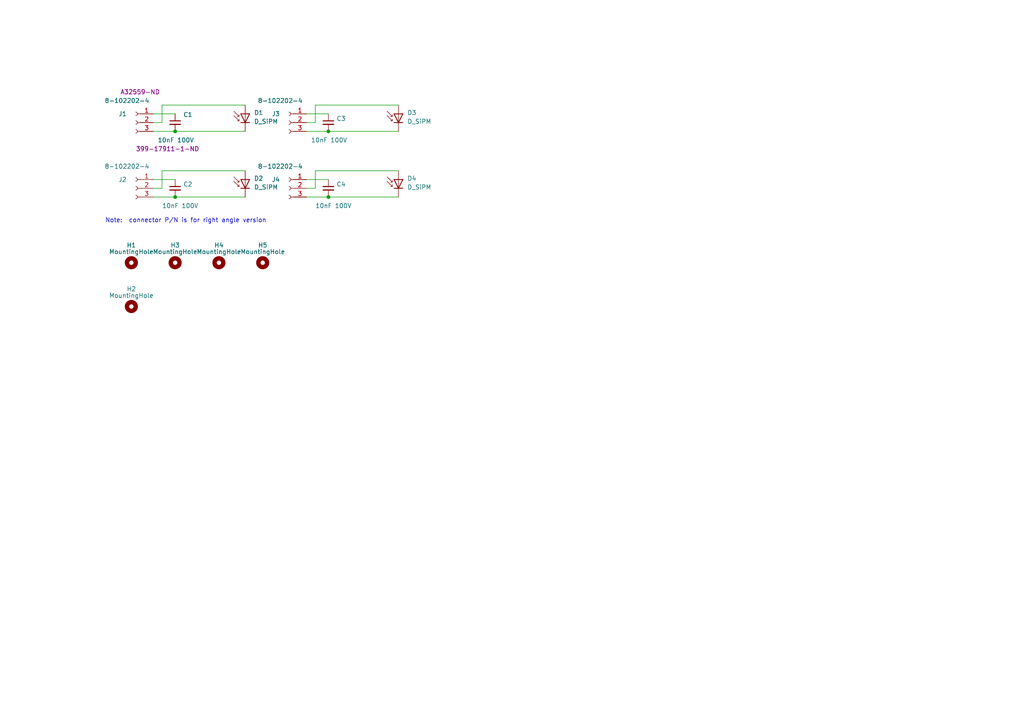
<source format=kicad_sch>
(kicad_sch (version 20230121) (generator eeschema)
  (paper "A4")
  (lib_symbols
    (symbol "Connector:Conn_01x03_Female" (pin_names (offset 1.016) hide)
      (property "Reference" "J" (at 0 5.08 0))
      (property "Value" "Conn_01x03_Female" (at 0 -5.08 0))
      (symbol "Conn_01x03_Female_1_1"
        (arc (start 0 -2.032) (mid -0.5058 -2.54) (end 0 -3.048) (stroke (width 0.1524)))
        (polyline (pts (xy -1.27 -2.54) (xy -0.508 -2.54)) (stroke (width 0.1524)))
        (polyline (pts (xy -1.27 0) (xy -0.508 0)) (stroke (width 0.1524)))
        (polyline (pts (xy -1.27 2.54) (xy -0.508 2.54)) (stroke (width 0.1524)))
        (arc (start 0 0.508) (mid -0.5058 0) (end 0 -0.508) (stroke (width 0.1524)))
        (arc (start 0 3.048) (mid -0.5058 2.54) (end 0 2.032) (stroke (width 0.1524)))
        (pin passive line (at -5.08 2.54 0) (length 3.81) (name "Pin_1") (number "1"))
        (pin passive line (at -5.08 0 0) (length 3.81) (name "Pin_2") (number "2"))
        (pin passive line (at -5.08 -2.54 0) (length 3.81) (name "Pin_3") (number "3"))
      )
    )
    (symbol "Device:C_Small" (pin_numbers hide) (pin_names (offset 0.254) hide)
      (property "Reference" "C" (at 0.254 1.778 0))
      (property "Value" "C_Small" (at 0.254 -2.032 0))
      (symbol "C_Small_0_1"
        (polyline (pts (xy -1.524 -0.508) (xy 1.524 -0.508)) (stroke (width 0.3302)))
        (polyline (pts (xy -1.524 0.508) (xy 1.524 0.508)) (stroke (width 0.3048)))
      )
      (symbol "C_Small_1_1"
        (pin passive line (at 0 2.54 270) (length 2.032) (name "~") (number "1"))
        (pin passive line (at 0 -2.54 90) (length 2.032) (name "~") (number "2"))
      )
    )
    (symbol "Device:D_SiPM" (pin_numbers hide) (pin_names hide)
      (property "Reference" "D" (at 1.778 1.778 0))
      (property "Value" "D_SiPM" (at 0.254 -2.794 0))
      (symbol "D_SiPM_0_1"
        (polyline (pts (xy -1.27 0) (xy 1.27 0)))
        (polyline (pts (xy -1.27 1.27) (xy -1.27 -1.27)) (stroke (width 0.254)))
        (polyline (pts (xy -0.762 1.778) (xy -0.254 1.778)))
        (polyline (pts (xy 1.27 1.27) (xy 1.27 -1.27)) (stroke (width 0.254)))
        (polyline (pts (xy 0.762 3.302) (xy -0.762 1.778) (xy -0.762 2.286)))
        (polyline (pts (xy 1.27 1.27) (xy -1.27 0) (xy 1.27 -1.27)) (stroke (width 0.254)))
        (polyline (pts (xy 2.032 3.302) (xy 0.508 1.778) (xy 0.508 2.286) (xy 0.508 1.778) (xy 1.016 1.778)))
      )
      (symbol "D_SiPM_1_1"
        (pin passive line (at 3.81 0 180) (length 2.54) (name "A") (number "1"))
        (pin passive line (at -3.81 0 0) (length 2.54) (name "K") (number "2"))
      )
    )
    (symbol "Mechanical:MountingHole" (pin_names (offset 1.016))
      (property "Reference" "H" (at 0 5.08 0))
      (property "Value" "MountingHole" (at 0 3.175 0))
      (symbol "MountingHole_0_1"
        (circle (center 0 0) (radius 1.27) (stroke (width 1.27)))
      )
    )
  )
  (junction (at 50.8 38.1))
  (junction (at 95.25 38.1))
  (junction (at 95.25 57.15))
  (junction (at 50.8 57.15))
  (wire (pts (xy 44.45 33.02) (xy 50.8 33.02)))
  (wire (pts (xy 46.99 54.61) (xy 46.99 49.53)))
  (wire (pts (xy 44.45 57.15) (xy 50.8 57.15)))
  (wire (pts (xy 91.44 35.56) (xy 91.44 30.48)))
  (wire (pts (xy 44.45 35.56) (xy 46.99 35.56)))
  (wire (pts (xy 46.99 49.53) (xy 71.12 49.53)))
  (wire (pts (xy 91.44 54.61) (xy 91.44 49.53)))
  (wire (pts (xy 44.45 54.61) (xy 46.99 54.61)))
  (wire (pts (xy 95.25 57.15) (xy 115.57 57.15)))
  (wire (pts (xy 88.9 35.56) (xy 91.44 35.56)))
  (wire (pts (xy 50.8 38.1) (xy 71.12 38.1)))
  (wire (pts (xy 88.9 54.61) (xy 91.44 54.61)))
  (wire (pts (xy 46.99 30.48) (xy 71.12 30.48)))
  (wire (pts (xy 88.9 38.1) (xy 95.25 38.1)))
  (wire (pts (xy 91.44 30.48) (xy 115.57 30.48)))
  (wire (pts (xy 88.9 57.15) (xy 95.25 57.15)))
  (wire (pts (xy 91.44 49.53) (xy 115.57 49.53)))
  (wire (pts (xy 95.25 33.02) (xy 88.9 33.02)))
  (wire (pts (xy 44.45 38.1) (xy 50.8 38.1)))
  (wire (pts (xy 95.25 52.07) (xy 88.9 52.07)))
  (wire (pts (xy 50.8 57.15) (xy 71.12 57.15)))
  (wire (pts (xy 50.8 52.07) (xy 44.45 52.07)))
  (wire (pts (xy 46.99 35.56) (xy 46.99 30.48)))
  (wire (pts (xy 95.25 38.1) (xy 115.57 38.1)))
  (text "Note:  connector P/N is for right angle version\n" (at 30.48 64.77 0) (effects (font (size 1.27 1.27)) (justify left bottom)))
  (symbol (lib_id "Connector:Conn_01x03_Female") (at 39.37 35.56 0) (mirror y) (unit 1)
    (property "Reference" "J1" (at 35.56 33.02 0))
    (property "Value" "8-102202-4" (at 36.83 29.21 0))
    (property "Footprint" "Connector_PinHeader_2.54mm:PinHeader_1x03_P2.54mm_Vertical" (effects hide))
    (property "DigiKey" "A32559-ND" (at 40.64 26.67 0))
  )
  (symbol (lib_id "Device:C_Small") (at 50.8 35.56 0) (unit 1)
    (property "Reference" "C1" (at 53.1368 33.2486 0) (effects (justify left)))
    (property "Value" "10nF 100V" (at 45.72 40.64 0) (effects (justify left)))
    (property "Footprint" "Capacitor_SMD:C_1206_3216Metric_Pad1.33x1.80mm_HandSolder" (effects hide))
    (property "DigiKey" "399-17911-1-ND" (at 39.37 43.18 0) (effects (justify left)))
  )
  (symbol (lib_id "Connector:Conn_01x03_Female") (at 83.82 35.56 0) (mirror y) (unit 1)
    (property "Reference" "J3" (at 80.01 33.02 0))
    (property "Value" "8-102202-4" (at 81.28 29.21 0))
    (property "Footprint" "Connector_PinHeader_2.54mm:PinHeader_1x03_P2.54mm_Vertical" (effects hide))
    (property "DigiKey" "A32559-ND" (effects hide))
  )
  (symbol (lib_id "Device:C_Small") (at 95.25 35.56 0) (unit 1)
    (property "Reference" "C3" (at 97.5868 34.3916 0) (effects (justify left)))
    (property "Value" "10nF 100V" (at 90.17 40.64 0) (effects (justify left)))
    (property "Footprint" "Capacitor_SMD:C_1206_3216Metric_Pad1.33x1.80mm_HandSolder" (effects hide))
    (property "DigiKey" "399-17911-1-ND" (effects hide))
  )
  (symbol (lib_id "Connector:Conn_01x03_Female") (at 39.37 54.61 0) (mirror y) (unit 1)
    (property "Reference" "J2" (at 35.56 52.07 0))
    (property "Value" "8-102202-4" (at 36.83 48.26 0))
    (property "Footprint" "Connector_PinHeader_2.54mm:PinHeader_1x03_P2.54mm_Vertical" (effects hide))
    (property "DigiKey" "A32559-ND" (effects hide))
  )
  (symbol (lib_id "Device:C_Small") (at 50.8 54.61 0) (unit 1)
    (property "Reference" "C2" (at 53.1368 53.4416 0) (effects (justify left)))
    (property "Value" "10nF 100V" (at 46.99 59.69 0) (effects (justify left)))
    (property "Footprint" "Capacitor_SMD:C_1206_3216Metric_Pad1.33x1.80mm_HandSolder" (effects hide))
    (property "DigiKey" "399-17911-1-ND" (effects hide))
  )
  (symbol (lib_id "Connector:Conn_01x03_Female") (at 83.82 54.61 0) (mirror y) (unit 1)
    (property "Reference" "J4" (at 80.01 52.07 0))
    (property "Value" "8-102202-4" (at 81.28 48.26 0))
    (property "Footprint" "Connector_PinHeader_2.54mm:PinHeader_1x03_P2.54mm_Vertical" (effects hide))
    (property "DigiKey" "A32559-ND" (effects hide))
  )
  (symbol (lib_id "Device:C_Small") (at 95.25 54.61 0) (unit 1)
    (property "Reference" "C4" (at 97.5868 53.4416 0) (effects (justify left)))
    (property "Value" "10nF 100V" (at 91.44 59.69 0) (effects (justify left)))
    (property "Footprint" "Capacitor_SMD:C_1206_3216Metric_Pad1.33x1.80mm_HandSolder" (effects hide))
    (property "DigiKey" "399-17911-1-ND" (effects hide))
  )
  (symbol (lib_id "Mechanical:MountingHole") (at 38.1 76.2 0) (unit 1)
    (property "Reference" "H1" (at 38.1 71.12 0))
    (property "Value" "MountingHole" (at 38.1 73.025 0))
    (property "Footprint" "quad_sipm:MountingHole_6.4_pad" (effects hide))
  )
  (symbol (lib_id "Mechanical:MountingHole") (at 50.8 76.2 0) (unit 1)
    (property "Reference" "H3" (at 50.8 71.12 0))
    (property "Value" "MountingHole" (at 50.8 73.025 0))
    (property "Footprint" "quad_sipm:MountingHole_6.4_pad" (effects hide))
  )
  (symbol (lib_id "Mechanical:MountingHole") (at 63.5 76.2 0) (unit 1)
    (property "Reference" "H4" (at 63.5 71.12 0))
    (property "Value" "MountingHole" (at 63.5 73.025 0))
    (property "Footprint" "quad_sipm:MountingHole_6.4_pad" (effects hide))
  )
  (symbol (lib_id "Mechanical:MountingHole") (at 76.2 76.2 0) (unit 1)
    (property "Reference" "H5" (at 76.2 71.12 0))
    (property "Value" "MountingHole" (at 76.2 73.025 0))
    (property "Footprint" "quad_sipm:MountingHole_6.4_pad" (effects hide))
  )
  (symbol (lib_id "Mechanical:MountingHole") (at 38.1 88.9 0) (unit 1)
    (property "Reference" "H2" (at 38.1 83.82 0))
    (property "Value" "MountingHole" (at 38.1 85.725 0))
    (property "Footprint" "quad_sipm:MountingHole_8.4mm_M8_Pad" (effects hide))
  )
  (symbol (lib_id "Device:D_SiPM") (at 115.57 34.29 90) (unit 1)
    (property "Reference" "D3" (at 118.11 32.7025 90) (effects (justify right)))
    (property "Value" "D_SiPM" (at 118.11 35.2425 90) (effects (justify right)))
    (property "Footprint" "Diode_THT:SiPM_throughhole" (effects hide))
  )
  (symbol (lib_id "Device:D_SiPM") (at 115.57 53.34 90) (unit 1)
    (property "Reference" "D4" (at 118.11 51.7525 90) (effects (justify right)))
    (property "Value" "D_SiPM" (at 118.11 54.2925 90) (effects (justify right)))
    (property "Footprint" "Diode_THT:SiPM_throughhole" (effects hide))
  )
  (symbol (lib_id "Device:D_SiPM") (at 71.12 34.29 90) (unit 1)
    (property "Reference" "D1" (at 73.66 32.7025 90) (effects (justify right)))
    (property "Value" "D_SiPM" (at 73.66 35.2425 90) (effects (justify right)))
    (property "Footprint" "Diode_THT:SiPM_throughhole" (effects hide))
  )
  (symbol (lib_id "Device:D_SiPM") (at 71.12 53.34 90) (unit 1)
    (property "Reference" "D2" (at 73.66 51.7525 90) (effects (justify right)))
    (property "Value" "D_SiPM" (at 73.66 54.2925 90) (effects (justify right)))
    (property "Footprint" "Diode_THT:SiPM_throughhole" (effects hide))
  )
)
</source>
